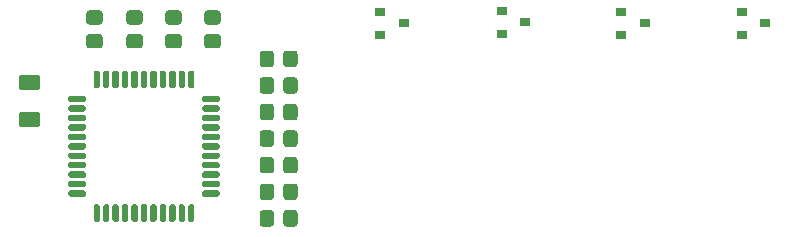
<source format=gbr>
%TF.GenerationSoftware,KiCad,Pcbnew,5.1.9-73d0e3b20d~88~ubuntu20.04.1*%
%TF.CreationDate,2021-03-07T16:47:50-05:00*%
%TF.ProjectId,hexdisplay16,68657864-6973-4706-9c61-7931362e6b69,rev?*%
%TF.SameCoordinates,Original*%
%TF.FileFunction,Paste,Top*%
%TF.FilePolarity,Positive*%
%FSLAX46Y46*%
G04 Gerber Fmt 4.6, Leading zero omitted, Abs format (unit mm)*
G04 Created by KiCad (PCBNEW 5.1.9-73d0e3b20d~88~ubuntu20.04.1) date 2021-03-07 16:47:50*
%MOMM*%
%LPD*%
G01*
G04 APERTURE LIST*
%ADD10R,0.900000X0.800000*%
G04 APERTURE END LIST*
%TO.C,C1*%
G36*
G01*
X82650001Y-127987500D02*
X81349999Y-127987500D01*
G75*
G02*
X81100000Y-127737501I0J249999D01*
G01*
X81100000Y-126912499D01*
G75*
G02*
X81349999Y-126662500I249999J0D01*
G01*
X82650001Y-126662500D01*
G75*
G02*
X82900000Y-126912499I0J-249999D01*
G01*
X82900000Y-127737501D01*
G75*
G02*
X82650001Y-127987500I-249999J0D01*
G01*
G37*
G36*
G01*
X82650001Y-124862500D02*
X81349999Y-124862500D01*
G75*
G02*
X81100000Y-124612501I0J249999D01*
G01*
X81100000Y-123787499D01*
G75*
G02*
X81349999Y-123537500I249999J0D01*
G01*
X82650001Y-123537500D01*
G75*
G02*
X82900000Y-123787499I0J-249999D01*
G01*
X82900000Y-124612501D01*
G75*
G02*
X82650001Y-124862500I-249999J0D01*
G01*
G37*
%TD*%
D10*
%TO.C,Q1*%
X113700000Y-119200000D03*
X111700000Y-120150000D03*
X111700000Y-118250000D03*
%TD*%
%TO.C,Q2*%
X122000000Y-118150000D03*
X122000000Y-120050000D03*
X124000000Y-119100000D03*
%TD*%
%TO.C,Q3*%
X132100000Y-118250000D03*
X132100000Y-120150000D03*
X134100000Y-119200000D03*
%TD*%
%TO.C,Q4*%
X144300000Y-119200000D03*
X142300000Y-120150000D03*
X142300000Y-118250000D03*
%TD*%
%TO.C,R1*%
G36*
G01*
X101500000Y-122650001D02*
X101500000Y-121749999D01*
G75*
G02*
X101749999Y-121500000I249999J0D01*
G01*
X102450001Y-121500000D01*
G75*
G02*
X102700000Y-121749999I0J-249999D01*
G01*
X102700000Y-122650001D01*
G75*
G02*
X102450001Y-122900000I-249999J0D01*
G01*
X101749999Y-122900000D01*
G75*
G02*
X101500000Y-122650001I0J249999D01*
G01*
G37*
G36*
G01*
X103500000Y-122650001D02*
X103500000Y-121749999D01*
G75*
G02*
X103749999Y-121500000I249999J0D01*
G01*
X104450001Y-121500000D01*
G75*
G02*
X104700000Y-121749999I0J-249999D01*
G01*
X104700000Y-122650001D01*
G75*
G02*
X104450001Y-122900000I-249999J0D01*
G01*
X103749999Y-122900000D01*
G75*
G02*
X103500000Y-122650001I0J249999D01*
G01*
G37*
%TD*%
%TO.C,R2*%
G36*
G01*
X103500000Y-124900001D02*
X103500000Y-123999999D01*
G75*
G02*
X103749999Y-123750000I249999J0D01*
G01*
X104450001Y-123750000D01*
G75*
G02*
X104700000Y-123999999I0J-249999D01*
G01*
X104700000Y-124900001D01*
G75*
G02*
X104450001Y-125150000I-249999J0D01*
G01*
X103749999Y-125150000D01*
G75*
G02*
X103500000Y-124900001I0J249999D01*
G01*
G37*
G36*
G01*
X101500000Y-124900001D02*
X101500000Y-123999999D01*
G75*
G02*
X101749999Y-123750000I249999J0D01*
G01*
X102450001Y-123750000D01*
G75*
G02*
X102700000Y-123999999I0J-249999D01*
G01*
X102700000Y-124900001D01*
G75*
G02*
X102450001Y-125150000I-249999J0D01*
G01*
X101749999Y-125150000D01*
G75*
G02*
X101500000Y-124900001I0J249999D01*
G01*
G37*
%TD*%
%TO.C,R3*%
G36*
G01*
X101500000Y-127150001D02*
X101500000Y-126249999D01*
G75*
G02*
X101749999Y-126000000I249999J0D01*
G01*
X102450001Y-126000000D01*
G75*
G02*
X102700000Y-126249999I0J-249999D01*
G01*
X102700000Y-127150001D01*
G75*
G02*
X102450001Y-127400000I-249999J0D01*
G01*
X101749999Y-127400000D01*
G75*
G02*
X101500000Y-127150001I0J249999D01*
G01*
G37*
G36*
G01*
X103500000Y-127150001D02*
X103500000Y-126249999D01*
G75*
G02*
X103749999Y-126000000I249999J0D01*
G01*
X104450001Y-126000000D01*
G75*
G02*
X104700000Y-126249999I0J-249999D01*
G01*
X104700000Y-127150001D01*
G75*
G02*
X104450001Y-127400000I-249999J0D01*
G01*
X103749999Y-127400000D01*
G75*
G02*
X103500000Y-127150001I0J249999D01*
G01*
G37*
%TD*%
%TO.C,R4*%
G36*
G01*
X103500000Y-129400001D02*
X103500000Y-128499999D01*
G75*
G02*
X103749999Y-128250000I249999J0D01*
G01*
X104450001Y-128250000D01*
G75*
G02*
X104700000Y-128499999I0J-249999D01*
G01*
X104700000Y-129400001D01*
G75*
G02*
X104450001Y-129650000I-249999J0D01*
G01*
X103749999Y-129650000D01*
G75*
G02*
X103500000Y-129400001I0J249999D01*
G01*
G37*
G36*
G01*
X101500000Y-129400001D02*
X101500000Y-128499999D01*
G75*
G02*
X101749999Y-128250000I249999J0D01*
G01*
X102450001Y-128250000D01*
G75*
G02*
X102700000Y-128499999I0J-249999D01*
G01*
X102700000Y-129400001D01*
G75*
G02*
X102450001Y-129650000I-249999J0D01*
G01*
X101749999Y-129650000D01*
G75*
G02*
X101500000Y-129400001I0J249999D01*
G01*
G37*
%TD*%
%TO.C,R5*%
G36*
G01*
X101500000Y-131650001D02*
X101500000Y-130749999D01*
G75*
G02*
X101749999Y-130500000I249999J0D01*
G01*
X102450001Y-130500000D01*
G75*
G02*
X102700000Y-130749999I0J-249999D01*
G01*
X102700000Y-131650001D01*
G75*
G02*
X102450001Y-131900000I-249999J0D01*
G01*
X101749999Y-131900000D01*
G75*
G02*
X101500000Y-131650001I0J249999D01*
G01*
G37*
G36*
G01*
X103500000Y-131650001D02*
X103500000Y-130749999D01*
G75*
G02*
X103749999Y-130500000I249999J0D01*
G01*
X104450001Y-130500000D01*
G75*
G02*
X104700000Y-130749999I0J-249999D01*
G01*
X104700000Y-131650001D01*
G75*
G02*
X104450001Y-131900000I-249999J0D01*
G01*
X103749999Y-131900000D01*
G75*
G02*
X103500000Y-131650001I0J249999D01*
G01*
G37*
%TD*%
%TO.C,R6*%
G36*
G01*
X103500000Y-133900001D02*
X103500000Y-132999999D01*
G75*
G02*
X103749999Y-132750000I249999J0D01*
G01*
X104450001Y-132750000D01*
G75*
G02*
X104700000Y-132999999I0J-249999D01*
G01*
X104700000Y-133900001D01*
G75*
G02*
X104450001Y-134150000I-249999J0D01*
G01*
X103749999Y-134150000D01*
G75*
G02*
X103500000Y-133900001I0J249999D01*
G01*
G37*
G36*
G01*
X101500000Y-133900001D02*
X101500000Y-132999999D01*
G75*
G02*
X101749999Y-132750000I249999J0D01*
G01*
X102450001Y-132750000D01*
G75*
G02*
X102700000Y-132999999I0J-249999D01*
G01*
X102700000Y-133900001D01*
G75*
G02*
X102450001Y-134150000I-249999J0D01*
G01*
X101749999Y-134150000D01*
G75*
G02*
X101500000Y-133900001I0J249999D01*
G01*
G37*
%TD*%
%TO.C,R7*%
G36*
G01*
X101500000Y-136150001D02*
X101500000Y-135249999D01*
G75*
G02*
X101749999Y-135000000I249999J0D01*
G01*
X102450001Y-135000000D01*
G75*
G02*
X102700000Y-135249999I0J-249999D01*
G01*
X102700000Y-136150001D01*
G75*
G02*
X102450001Y-136400000I-249999J0D01*
G01*
X101749999Y-136400000D01*
G75*
G02*
X101500000Y-136150001I0J249999D01*
G01*
G37*
G36*
G01*
X103500000Y-136150001D02*
X103500000Y-135249999D01*
G75*
G02*
X103749999Y-135000000I249999J0D01*
G01*
X104450001Y-135000000D01*
G75*
G02*
X104700000Y-135249999I0J-249999D01*
G01*
X104700000Y-136150001D01*
G75*
G02*
X104450001Y-136400000I-249999J0D01*
G01*
X103749999Y-136400000D01*
G75*
G02*
X103500000Y-136150001I0J249999D01*
G01*
G37*
%TD*%
%TO.C,R8*%
G36*
G01*
X97049999Y-118100000D02*
X97950001Y-118100000D01*
G75*
G02*
X98200000Y-118349999I0J-249999D01*
G01*
X98200000Y-119050001D01*
G75*
G02*
X97950001Y-119300000I-249999J0D01*
G01*
X97049999Y-119300000D01*
G75*
G02*
X96800000Y-119050001I0J249999D01*
G01*
X96800000Y-118349999D01*
G75*
G02*
X97049999Y-118100000I249999J0D01*
G01*
G37*
G36*
G01*
X97049999Y-120100000D02*
X97950001Y-120100000D01*
G75*
G02*
X98200000Y-120349999I0J-249999D01*
G01*
X98200000Y-121050001D01*
G75*
G02*
X97950001Y-121300000I-249999J0D01*
G01*
X97049999Y-121300000D01*
G75*
G02*
X96800000Y-121050001I0J249999D01*
G01*
X96800000Y-120349999D01*
G75*
G02*
X97049999Y-120100000I249999J0D01*
G01*
G37*
%TD*%
%TO.C,R9*%
G36*
G01*
X93749999Y-120100000D02*
X94650001Y-120100000D01*
G75*
G02*
X94900000Y-120349999I0J-249999D01*
G01*
X94900000Y-121050001D01*
G75*
G02*
X94650001Y-121300000I-249999J0D01*
G01*
X93749999Y-121300000D01*
G75*
G02*
X93500000Y-121050001I0J249999D01*
G01*
X93500000Y-120349999D01*
G75*
G02*
X93749999Y-120100000I249999J0D01*
G01*
G37*
G36*
G01*
X93749999Y-118100000D02*
X94650001Y-118100000D01*
G75*
G02*
X94900000Y-118349999I0J-249999D01*
G01*
X94900000Y-119050001D01*
G75*
G02*
X94650001Y-119300000I-249999J0D01*
G01*
X93749999Y-119300000D01*
G75*
G02*
X93500000Y-119050001I0J249999D01*
G01*
X93500000Y-118349999D01*
G75*
G02*
X93749999Y-118100000I249999J0D01*
G01*
G37*
%TD*%
%TO.C,R10*%
G36*
G01*
X90449999Y-118100000D02*
X91350001Y-118100000D01*
G75*
G02*
X91600000Y-118349999I0J-249999D01*
G01*
X91600000Y-119050001D01*
G75*
G02*
X91350001Y-119300000I-249999J0D01*
G01*
X90449999Y-119300000D01*
G75*
G02*
X90200000Y-119050001I0J249999D01*
G01*
X90200000Y-118349999D01*
G75*
G02*
X90449999Y-118100000I249999J0D01*
G01*
G37*
G36*
G01*
X90449999Y-120100000D02*
X91350001Y-120100000D01*
G75*
G02*
X91600000Y-120349999I0J-249999D01*
G01*
X91600000Y-121050001D01*
G75*
G02*
X91350001Y-121300000I-249999J0D01*
G01*
X90449999Y-121300000D01*
G75*
G02*
X90200000Y-121050001I0J249999D01*
G01*
X90200000Y-120349999D01*
G75*
G02*
X90449999Y-120100000I249999J0D01*
G01*
G37*
%TD*%
%TO.C,R11*%
G36*
G01*
X87049999Y-120100000D02*
X87950001Y-120100000D01*
G75*
G02*
X88200000Y-120349999I0J-249999D01*
G01*
X88200000Y-121050001D01*
G75*
G02*
X87950001Y-121300000I-249999J0D01*
G01*
X87049999Y-121300000D01*
G75*
G02*
X86800000Y-121050001I0J249999D01*
G01*
X86800000Y-120349999D01*
G75*
G02*
X87049999Y-120100000I249999J0D01*
G01*
G37*
G36*
G01*
X87049999Y-118100000D02*
X87950001Y-118100000D01*
G75*
G02*
X88200000Y-118349999I0J-249999D01*
G01*
X88200000Y-119050001D01*
G75*
G02*
X87950001Y-119300000I-249999J0D01*
G01*
X87049999Y-119300000D01*
G75*
G02*
X86800000Y-119050001I0J249999D01*
G01*
X86800000Y-118349999D01*
G75*
G02*
X87049999Y-118100000I249999J0D01*
G01*
G37*
%TD*%
%TO.C,U1*%
G36*
G01*
X85300000Y-125737500D02*
X85300000Y-125462500D01*
G75*
G02*
X85437500Y-125325000I137500J0D01*
G01*
X86637500Y-125325000D01*
G75*
G02*
X86775000Y-125462500I0J-137500D01*
G01*
X86775000Y-125737500D01*
G75*
G02*
X86637500Y-125875000I-137500J0D01*
G01*
X85437500Y-125875000D01*
G75*
G02*
X85300000Y-125737500I0J137500D01*
G01*
G37*
G36*
G01*
X85300000Y-126537500D02*
X85300000Y-126262500D01*
G75*
G02*
X85437500Y-126125000I137500J0D01*
G01*
X86637500Y-126125000D01*
G75*
G02*
X86775000Y-126262500I0J-137500D01*
G01*
X86775000Y-126537500D01*
G75*
G02*
X86637500Y-126675000I-137500J0D01*
G01*
X85437500Y-126675000D01*
G75*
G02*
X85300000Y-126537500I0J137500D01*
G01*
G37*
G36*
G01*
X85300000Y-127337500D02*
X85300000Y-127062500D01*
G75*
G02*
X85437500Y-126925000I137500J0D01*
G01*
X86637500Y-126925000D01*
G75*
G02*
X86775000Y-127062500I0J-137500D01*
G01*
X86775000Y-127337500D01*
G75*
G02*
X86637500Y-127475000I-137500J0D01*
G01*
X85437500Y-127475000D01*
G75*
G02*
X85300000Y-127337500I0J137500D01*
G01*
G37*
G36*
G01*
X85300000Y-128137500D02*
X85300000Y-127862500D01*
G75*
G02*
X85437500Y-127725000I137500J0D01*
G01*
X86637500Y-127725000D01*
G75*
G02*
X86775000Y-127862500I0J-137500D01*
G01*
X86775000Y-128137500D01*
G75*
G02*
X86637500Y-128275000I-137500J0D01*
G01*
X85437500Y-128275000D01*
G75*
G02*
X85300000Y-128137500I0J137500D01*
G01*
G37*
G36*
G01*
X85300000Y-128937500D02*
X85300000Y-128662500D01*
G75*
G02*
X85437500Y-128525000I137500J0D01*
G01*
X86637500Y-128525000D01*
G75*
G02*
X86775000Y-128662500I0J-137500D01*
G01*
X86775000Y-128937500D01*
G75*
G02*
X86637500Y-129075000I-137500J0D01*
G01*
X85437500Y-129075000D01*
G75*
G02*
X85300000Y-128937500I0J137500D01*
G01*
G37*
G36*
G01*
X85300000Y-129737500D02*
X85300000Y-129462500D01*
G75*
G02*
X85437500Y-129325000I137500J0D01*
G01*
X86637500Y-129325000D01*
G75*
G02*
X86775000Y-129462500I0J-137500D01*
G01*
X86775000Y-129737500D01*
G75*
G02*
X86637500Y-129875000I-137500J0D01*
G01*
X85437500Y-129875000D01*
G75*
G02*
X85300000Y-129737500I0J137500D01*
G01*
G37*
G36*
G01*
X85300000Y-130537500D02*
X85300000Y-130262500D01*
G75*
G02*
X85437500Y-130125000I137500J0D01*
G01*
X86637500Y-130125000D01*
G75*
G02*
X86775000Y-130262500I0J-137500D01*
G01*
X86775000Y-130537500D01*
G75*
G02*
X86637500Y-130675000I-137500J0D01*
G01*
X85437500Y-130675000D01*
G75*
G02*
X85300000Y-130537500I0J137500D01*
G01*
G37*
G36*
G01*
X85300000Y-131337500D02*
X85300000Y-131062500D01*
G75*
G02*
X85437500Y-130925000I137500J0D01*
G01*
X86637500Y-130925000D01*
G75*
G02*
X86775000Y-131062500I0J-137500D01*
G01*
X86775000Y-131337500D01*
G75*
G02*
X86637500Y-131475000I-137500J0D01*
G01*
X85437500Y-131475000D01*
G75*
G02*
X85300000Y-131337500I0J137500D01*
G01*
G37*
G36*
G01*
X85300000Y-132137500D02*
X85300000Y-131862500D01*
G75*
G02*
X85437500Y-131725000I137500J0D01*
G01*
X86637500Y-131725000D01*
G75*
G02*
X86775000Y-131862500I0J-137500D01*
G01*
X86775000Y-132137500D01*
G75*
G02*
X86637500Y-132275000I-137500J0D01*
G01*
X85437500Y-132275000D01*
G75*
G02*
X85300000Y-132137500I0J137500D01*
G01*
G37*
G36*
G01*
X85300000Y-132937500D02*
X85300000Y-132662500D01*
G75*
G02*
X85437500Y-132525000I137500J0D01*
G01*
X86637500Y-132525000D01*
G75*
G02*
X86775000Y-132662500I0J-137500D01*
G01*
X86775000Y-132937500D01*
G75*
G02*
X86637500Y-133075000I-137500J0D01*
G01*
X85437500Y-133075000D01*
G75*
G02*
X85300000Y-132937500I0J137500D01*
G01*
G37*
G36*
G01*
X85300000Y-133737500D02*
X85300000Y-133462500D01*
G75*
G02*
X85437500Y-133325000I137500J0D01*
G01*
X86637500Y-133325000D01*
G75*
G02*
X86775000Y-133462500I0J-137500D01*
G01*
X86775000Y-133737500D01*
G75*
G02*
X86637500Y-133875000I-137500J0D01*
G01*
X85437500Y-133875000D01*
G75*
G02*
X85300000Y-133737500I0J137500D01*
G01*
G37*
G36*
G01*
X87425000Y-135862500D02*
X87425000Y-134662500D01*
G75*
G02*
X87562500Y-134525000I137500J0D01*
G01*
X87837500Y-134525000D01*
G75*
G02*
X87975000Y-134662500I0J-137500D01*
G01*
X87975000Y-135862500D01*
G75*
G02*
X87837500Y-136000000I-137500J0D01*
G01*
X87562500Y-136000000D01*
G75*
G02*
X87425000Y-135862500I0J137500D01*
G01*
G37*
G36*
G01*
X88225000Y-135862500D02*
X88225000Y-134662500D01*
G75*
G02*
X88362500Y-134525000I137500J0D01*
G01*
X88637500Y-134525000D01*
G75*
G02*
X88775000Y-134662500I0J-137500D01*
G01*
X88775000Y-135862500D01*
G75*
G02*
X88637500Y-136000000I-137500J0D01*
G01*
X88362500Y-136000000D01*
G75*
G02*
X88225000Y-135862500I0J137500D01*
G01*
G37*
G36*
G01*
X89025000Y-135862500D02*
X89025000Y-134662500D01*
G75*
G02*
X89162500Y-134525000I137500J0D01*
G01*
X89437500Y-134525000D01*
G75*
G02*
X89575000Y-134662500I0J-137500D01*
G01*
X89575000Y-135862500D01*
G75*
G02*
X89437500Y-136000000I-137500J0D01*
G01*
X89162500Y-136000000D01*
G75*
G02*
X89025000Y-135862500I0J137500D01*
G01*
G37*
G36*
G01*
X89825000Y-135862500D02*
X89825000Y-134662500D01*
G75*
G02*
X89962500Y-134525000I137500J0D01*
G01*
X90237500Y-134525000D01*
G75*
G02*
X90375000Y-134662500I0J-137500D01*
G01*
X90375000Y-135862500D01*
G75*
G02*
X90237500Y-136000000I-137500J0D01*
G01*
X89962500Y-136000000D01*
G75*
G02*
X89825000Y-135862500I0J137500D01*
G01*
G37*
G36*
G01*
X90625000Y-135862500D02*
X90625000Y-134662500D01*
G75*
G02*
X90762500Y-134525000I137500J0D01*
G01*
X91037500Y-134525000D01*
G75*
G02*
X91175000Y-134662500I0J-137500D01*
G01*
X91175000Y-135862500D01*
G75*
G02*
X91037500Y-136000000I-137500J0D01*
G01*
X90762500Y-136000000D01*
G75*
G02*
X90625000Y-135862500I0J137500D01*
G01*
G37*
G36*
G01*
X91425000Y-135862500D02*
X91425000Y-134662500D01*
G75*
G02*
X91562500Y-134525000I137500J0D01*
G01*
X91837500Y-134525000D01*
G75*
G02*
X91975000Y-134662500I0J-137500D01*
G01*
X91975000Y-135862500D01*
G75*
G02*
X91837500Y-136000000I-137500J0D01*
G01*
X91562500Y-136000000D01*
G75*
G02*
X91425000Y-135862500I0J137500D01*
G01*
G37*
G36*
G01*
X92225000Y-135862500D02*
X92225000Y-134662500D01*
G75*
G02*
X92362500Y-134525000I137500J0D01*
G01*
X92637500Y-134525000D01*
G75*
G02*
X92775000Y-134662500I0J-137500D01*
G01*
X92775000Y-135862500D01*
G75*
G02*
X92637500Y-136000000I-137500J0D01*
G01*
X92362500Y-136000000D01*
G75*
G02*
X92225000Y-135862500I0J137500D01*
G01*
G37*
G36*
G01*
X93025000Y-135862500D02*
X93025000Y-134662500D01*
G75*
G02*
X93162500Y-134525000I137500J0D01*
G01*
X93437500Y-134525000D01*
G75*
G02*
X93575000Y-134662500I0J-137500D01*
G01*
X93575000Y-135862500D01*
G75*
G02*
X93437500Y-136000000I-137500J0D01*
G01*
X93162500Y-136000000D01*
G75*
G02*
X93025000Y-135862500I0J137500D01*
G01*
G37*
G36*
G01*
X93825000Y-135862500D02*
X93825000Y-134662500D01*
G75*
G02*
X93962500Y-134525000I137500J0D01*
G01*
X94237500Y-134525000D01*
G75*
G02*
X94375000Y-134662500I0J-137500D01*
G01*
X94375000Y-135862500D01*
G75*
G02*
X94237500Y-136000000I-137500J0D01*
G01*
X93962500Y-136000000D01*
G75*
G02*
X93825000Y-135862500I0J137500D01*
G01*
G37*
G36*
G01*
X94625000Y-135862500D02*
X94625000Y-134662500D01*
G75*
G02*
X94762500Y-134525000I137500J0D01*
G01*
X95037500Y-134525000D01*
G75*
G02*
X95175000Y-134662500I0J-137500D01*
G01*
X95175000Y-135862500D01*
G75*
G02*
X95037500Y-136000000I-137500J0D01*
G01*
X94762500Y-136000000D01*
G75*
G02*
X94625000Y-135862500I0J137500D01*
G01*
G37*
G36*
G01*
X95425000Y-135862500D02*
X95425000Y-134662500D01*
G75*
G02*
X95562500Y-134525000I137500J0D01*
G01*
X95837500Y-134525000D01*
G75*
G02*
X95975000Y-134662500I0J-137500D01*
G01*
X95975000Y-135862500D01*
G75*
G02*
X95837500Y-136000000I-137500J0D01*
G01*
X95562500Y-136000000D01*
G75*
G02*
X95425000Y-135862500I0J137500D01*
G01*
G37*
G36*
G01*
X96625000Y-133737500D02*
X96625000Y-133462500D01*
G75*
G02*
X96762500Y-133325000I137500J0D01*
G01*
X97962500Y-133325000D01*
G75*
G02*
X98100000Y-133462500I0J-137500D01*
G01*
X98100000Y-133737500D01*
G75*
G02*
X97962500Y-133875000I-137500J0D01*
G01*
X96762500Y-133875000D01*
G75*
G02*
X96625000Y-133737500I0J137500D01*
G01*
G37*
G36*
G01*
X96625000Y-132937500D02*
X96625000Y-132662500D01*
G75*
G02*
X96762500Y-132525000I137500J0D01*
G01*
X97962500Y-132525000D01*
G75*
G02*
X98100000Y-132662500I0J-137500D01*
G01*
X98100000Y-132937500D01*
G75*
G02*
X97962500Y-133075000I-137500J0D01*
G01*
X96762500Y-133075000D01*
G75*
G02*
X96625000Y-132937500I0J137500D01*
G01*
G37*
G36*
G01*
X96625000Y-132137500D02*
X96625000Y-131862500D01*
G75*
G02*
X96762500Y-131725000I137500J0D01*
G01*
X97962500Y-131725000D01*
G75*
G02*
X98100000Y-131862500I0J-137500D01*
G01*
X98100000Y-132137500D01*
G75*
G02*
X97962500Y-132275000I-137500J0D01*
G01*
X96762500Y-132275000D01*
G75*
G02*
X96625000Y-132137500I0J137500D01*
G01*
G37*
G36*
G01*
X96625000Y-131337500D02*
X96625000Y-131062500D01*
G75*
G02*
X96762500Y-130925000I137500J0D01*
G01*
X97962500Y-130925000D01*
G75*
G02*
X98100000Y-131062500I0J-137500D01*
G01*
X98100000Y-131337500D01*
G75*
G02*
X97962500Y-131475000I-137500J0D01*
G01*
X96762500Y-131475000D01*
G75*
G02*
X96625000Y-131337500I0J137500D01*
G01*
G37*
G36*
G01*
X96625000Y-130537500D02*
X96625000Y-130262500D01*
G75*
G02*
X96762500Y-130125000I137500J0D01*
G01*
X97962500Y-130125000D01*
G75*
G02*
X98100000Y-130262500I0J-137500D01*
G01*
X98100000Y-130537500D01*
G75*
G02*
X97962500Y-130675000I-137500J0D01*
G01*
X96762500Y-130675000D01*
G75*
G02*
X96625000Y-130537500I0J137500D01*
G01*
G37*
G36*
G01*
X96625000Y-129737500D02*
X96625000Y-129462500D01*
G75*
G02*
X96762500Y-129325000I137500J0D01*
G01*
X97962500Y-129325000D01*
G75*
G02*
X98100000Y-129462500I0J-137500D01*
G01*
X98100000Y-129737500D01*
G75*
G02*
X97962500Y-129875000I-137500J0D01*
G01*
X96762500Y-129875000D01*
G75*
G02*
X96625000Y-129737500I0J137500D01*
G01*
G37*
G36*
G01*
X96625000Y-128937500D02*
X96625000Y-128662500D01*
G75*
G02*
X96762500Y-128525000I137500J0D01*
G01*
X97962500Y-128525000D01*
G75*
G02*
X98100000Y-128662500I0J-137500D01*
G01*
X98100000Y-128937500D01*
G75*
G02*
X97962500Y-129075000I-137500J0D01*
G01*
X96762500Y-129075000D01*
G75*
G02*
X96625000Y-128937500I0J137500D01*
G01*
G37*
G36*
G01*
X96625000Y-128137500D02*
X96625000Y-127862500D01*
G75*
G02*
X96762500Y-127725000I137500J0D01*
G01*
X97962500Y-127725000D01*
G75*
G02*
X98100000Y-127862500I0J-137500D01*
G01*
X98100000Y-128137500D01*
G75*
G02*
X97962500Y-128275000I-137500J0D01*
G01*
X96762500Y-128275000D01*
G75*
G02*
X96625000Y-128137500I0J137500D01*
G01*
G37*
G36*
G01*
X96625000Y-127337500D02*
X96625000Y-127062500D01*
G75*
G02*
X96762500Y-126925000I137500J0D01*
G01*
X97962500Y-126925000D01*
G75*
G02*
X98100000Y-127062500I0J-137500D01*
G01*
X98100000Y-127337500D01*
G75*
G02*
X97962500Y-127475000I-137500J0D01*
G01*
X96762500Y-127475000D01*
G75*
G02*
X96625000Y-127337500I0J137500D01*
G01*
G37*
G36*
G01*
X96625000Y-126537500D02*
X96625000Y-126262500D01*
G75*
G02*
X96762500Y-126125000I137500J0D01*
G01*
X97962500Y-126125000D01*
G75*
G02*
X98100000Y-126262500I0J-137500D01*
G01*
X98100000Y-126537500D01*
G75*
G02*
X97962500Y-126675000I-137500J0D01*
G01*
X96762500Y-126675000D01*
G75*
G02*
X96625000Y-126537500I0J137500D01*
G01*
G37*
G36*
G01*
X96625000Y-125737500D02*
X96625000Y-125462500D01*
G75*
G02*
X96762500Y-125325000I137500J0D01*
G01*
X97962500Y-125325000D01*
G75*
G02*
X98100000Y-125462500I0J-137500D01*
G01*
X98100000Y-125737500D01*
G75*
G02*
X97962500Y-125875000I-137500J0D01*
G01*
X96762500Y-125875000D01*
G75*
G02*
X96625000Y-125737500I0J137500D01*
G01*
G37*
G36*
G01*
X95425000Y-124537500D02*
X95425000Y-123337500D01*
G75*
G02*
X95562500Y-123200000I137500J0D01*
G01*
X95837500Y-123200000D01*
G75*
G02*
X95975000Y-123337500I0J-137500D01*
G01*
X95975000Y-124537500D01*
G75*
G02*
X95837500Y-124675000I-137500J0D01*
G01*
X95562500Y-124675000D01*
G75*
G02*
X95425000Y-124537500I0J137500D01*
G01*
G37*
G36*
G01*
X94625000Y-124537500D02*
X94625000Y-123337500D01*
G75*
G02*
X94762500Y-123200000I137500J0D01*
G01*
X95037500Y-123200000D01*
G75*
G02*
X95175000Y-123337500I0J-137500D01*
G01*
X95175000Y-124537500D01*
G75*
G02*
X95037500Y-124675000I-137500J0D01*
G01*
X94762500Y-124675000D01*
G75*
G02*
X94625000Y-124537500I0J137500D01*
G01*
G37*
G36*
G01*
X93825000Y-124537500D02*
X93825000Y-123337500D01*
G75*
G02*
X93962500Y-123200000I137500J0D01*
G01*
X94237500Y-123200000D01*
G75*
G02*
X94375000Y-123337500I0J-137500D01*
G01*
X94375000Y-124537500D01*
G75*
G02*
X94237500Y-124675000I-137500J0D01*
G01*
X93962500Y-124675000D01*
G75*
G02*
X93825000Y-124537500I0J137500D01*
G01*
G37*
G36*
G01*
X93025000Y-124537500D02*
X93025000Y-123337500D01*
G75*
G02*
X93162500Y-123200000I137500J0D01*
G01*
X93437500Y-123200000D01*
G75*
G02*
X93575000Y-123337500I0J-137500D01*
G01*
X93575000Y-124537500D01*
G75*
G02*
X93437500Y-124675000I-137500J0D01*
G01*
X93162500Y-124675000D01*
G75*
G02*
X93025000Y-124537500I0J137500D01*
G01*
G37*
G36*
G01*
X92225000Y-124537500D02*
X92225000Y-123337500D01*
G75*
G02*
X92362500Y-123200000I137500J0D01*
G01*
X92637500Y-123200000D01*
G75*
G02*
X92775000Y-123337500I0J-137500D01*
G01*
X92775000Y-124537500D01*
G75*
G02*
X92637500Y-124675000I-137500J0D01*
G01*
X92362500Y-124675000D01*
G75*
G02*
X92225000Y-124537500I0J137500D01*
G01*
G37*
G36*
G01*
X91425000Y-124537500D02*
X91425000Y-123337500D01*
G75*
G02*
X91562500Y-123200000I137500J0D01*
G01*
X91837500Y-123200000D01*
G75*
G02*
X91975000Y-123337500I0J-137500D01*
G01*
X91975000Y-124537500D01*
G75*
G02*
X91837500Y-124675000I-137500J0D01*
G01*
X91562500Y-124675000D01*
G75*
G02*
X91425000Y-124537500I0J137500D01*
G01*
G37*
G36*
G01*
X90625000Y-124537500D02*
X90625000Y-123337500D01*
G75*
G02*
X90762500Y-123200000I137500J0D01*
G01*
X91037500Y-123200000D01*
G75*
G02*
X91175000Y-123337500I0J-137500D01*
G01*
X91175000Y-124537500D01*
G75*
G02*
X91037500Y-124675000I-137500J0D01*
G01*
X90762500Y-124675000D01*
G75*
G02*
X90625000Y-124537500I0J137500D01*
G01*
G37*
G36*
G01*
X89825000Y-124537500D02*
X89825000Y-123337500D01*
G75*
G02*
X89962500Y-123200000I137500J0D01*
G01*
X90237500Y-123200000D01*
G75*
G02*
X90375000Y-123337500I0J-137500D01*
G01*
X90375000Y-124537500D01*
G75*
G02*
X90237500Y-124675000I-137500J0D01*
G01*
X89962500Y-124675000D01*
G75*
G02*
X89825000Y-124537500I0J137500D01*
G01*
G37*
G36*
G01*
X89025000Y-124537500D02*
X89025000Y-123337500D01*
G75*
G02*
X89162500Y-123200000I137500J0D01*
G01*
X89437500Y-123200000D01*
G75*
G02*
X89575000Y-123337500I0J-137500D01*
G01*
X89575000Y-124537500D01*
G75*
G02*
X89437500Y-124675000I-137500J0D01*
G01*
X89162500Y-124675000D01*
G75*
G02*
X89025000Y-124537500I0J137500D01*
G01*
G37*
G36*
G01*
X88225000Y-124537500D02*
X88225000Y-123337500D01*
G75*
G02*
X88362500Y-123200000I137500J0D01*
G01*
X88637500Y-123200000D01*
G75*
G02*
X88775000Y-123337500I0J-137500D01*
G01*
X88775000Y-124537500D01*
G75*
G02*
X88637500Y-124675000I-137500J0D01*
G01*
X88362500Y-124675000D01*
G75*
G02*
X88225000Y-124537500I0J137500D01*
G01*
G37*
G36*
G01*
X87425000Y-124537500D02*
X87425000Y-123337500D01*
G75*
G02*
X87562500Y-123200000I137500J0D01*
G01*
X87837500Y-123200000D01*
G75*
G02*
X87975000Y-123337500I0J-137500D01*
G01*
X87975000Y-124537500D01*
G75*
G02*
X87837500Y-124675000I-137500J0D01*
G01*
X87562500Y-124675000D01*
G75*
G02*
X87425000Y-124537500I0J137500D01*
G01*
G37*
%TD*%
M02*

</source>
